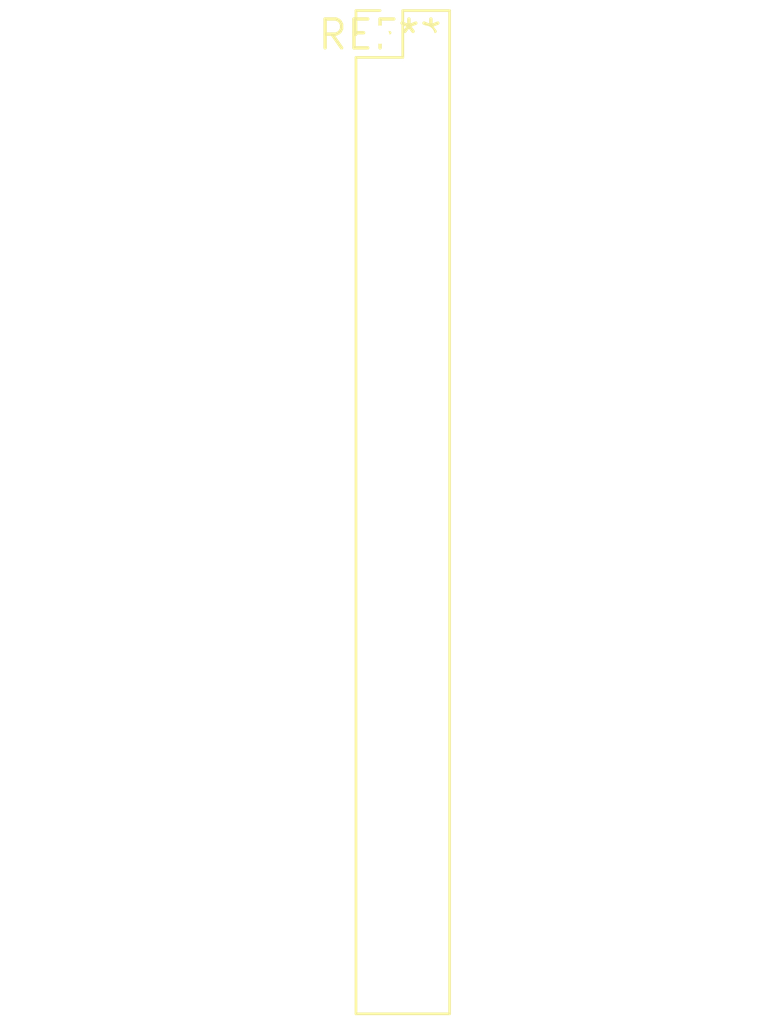
<source format=kicad_pcb>
(kicad_pcb (version 20240108) (generator pcbnew)
  (layers (0 "F.Cu" signal) (31 "B.Cu" signal) (34 "B.Paste" user) (35 "F.Paste" user) (36 "B.SilkS" user "B.Silkscreen") (37 "F.SilkS" user "F.Silkscreen") (38 "B.Mask" user) (39 "F.Mask" user) (44 "Edge.Cuts" user))
  (net 0 "")
  (footprint "PinHeader_2x22_P2.00mm_Vertical" (layer "F.Cu") (at 0 0)
    (property "Reference" "REF**")
    (property "Value" "PinHeader_2x22_P2.00mm_Vertical")
    (fp_line (start -1.06 -1.06) (end 0 -1.06) (layer "F.SilkS") (stroke (width 0.12)))
    (fp_line (start -1.06 0) (end -1.06 -1.06) (layer "F.SilkS") (stroke (width 0.12)))
    (fp_line (start -1.06 1) (end -1.06 43.06) (layer "F.SilkS") (stroke (width 0.12)))
    (fp_line (start -1.06 1) (end 1 1) (layer "F.SilkS") (stroke (width 0.12)))
    (fp_line (start -1.06 43.06) (end 3.06 43.06) (layer "F.SilkS") (stroke (width 0.12)))
    (fp_line (start 1 -1.06) (end 3.06 -1.06) (layer "F.SilkS") (stroke (width 0.12)))
    (fp_line (start 1 1) (end 1 -1.06) (layer "F.SilkS") (stroke (width 0.12)))
    (fp_line (start 3.06 -1.06) (end 3.06 43.06) (layer "F.SilkS") (stroke (width 0.12)))
    (pad "1" thru_hole rect (at 0 0) (size 1.35 1.35) (drill 0.8) (layers *.Cu *.Mask) (remove_unused_layers))
    (pad "2" thru_hole oval (at 2 0) (size 1.35 1.35) (drill 0.8) (layers *.Cu *.Mask) (remove_unused_layers))
    (pad "3" thru_hole oval (at 0 2) (size 1.35 1.35) (drill 0.8) (layers *.Cu *.Mask) (remove_unused_layers))
    (pad "4" thru_hole oval (at 2 2) (size 1.35 1.35) (drill 0.8) (layers *.Cu *.Mask) (remove_unused_layers))
    (pad "5" thru_hole oval (at 0 4) (size 1.35 1.35) (drill 0.8) (layers *.Cu *.Mask) (remove_unused_layers))
    (pad "6" thru_hole oval (at 2 4) (size 1.35 1.35) (drill 0.8) (layers *.Cu *.Mask) (remove_unused_layers))
    (pad "7" thru_hole oval (at 0 6) (size 1.35 1.35) (drill 0.8) (layers *.Cu *.Mask) (remove_unused_layers))
    (pad "8" thru_hole oval (at 2 6) (size 1.35 1.35) (drill 0.8) (layers *.Cu *.Mask) (remove_unused_layers))
    (pad "9" thru_hole oval (at 0 8) (size 1.35 1.35) (drill 0.8) (layers *.Cu *.Mask) (remove_unused_layers))
    (pad "10" thru_hole oval (at 2 8) (size 1.35 1.35) (drill 0.8) (layers *.Cu *.Mask) (remove_unused_layers))
    (pad "11" thru_hole oval (at 0 10) (size 1.35 1.35) (drill 0.8) (layers *.Cu *.Mask) (remove_unused_layers))
    (pad "12" thru_hole oval (at 2 10) (size 1.35 1.35) (drill 0.8) (layers *.Cu *.Mask) (remove_unused_layers))
    (pad "13" thru_hole oval (at 0 12) (size 1.35 1.35) (drill 0.8) (layers *.Cu *.Mask) (remove_unused_layers))
    (pad "14" thru_hole oval (at 2 12) (size 1.35 1.35) (drill 0.8) (layers *.Cu *.Mask) (remove_unused_layers))
    (pad "15" thru_hole oval (at 0 14) (size 1.35 1.35) (drill 0.8) (layers *.Cu *.Mask) (remove_unused_layers))
    (pad "16" thru_hole oval (at 2 14) (size 1.35 1.35) (drill 0.8) (layers *.Cu *.Mask) (remove_unused_layers))
    (pad "17" thru_hole oval (at 0 16) (size 1.35 1.35) (drill 0.8) (layers *.Cu *.Mask) (remove_unused_layers))
    (pad "18" thru_hole oval (at 2 16) (size 1.35 1.35) (drill 0.8) (layers *.Cu *.Mask) (remove_unused_layers))
    (pad "19" thru_hole oval (at 0 18) (size 1.35 1.35) (drill 0.8) (layers *.Cu *.Mask) (remove_unused_layers))
    (pad "20" thru_hole oval (at 2 18) (size 1.35 1.35) (drill 0.8) (layers *.Cu *.Mask) (remove_unused_layers))
    (pad "21" thru_hole oval (at 0 20) (size 1.35 1.35) (drill 0.8) (layers *.Cu *.Mask) (remove_unused_layers))
    (pad "22" thru_hole oval (at 2 20) (size 1.35 1.35) (drill 0.8) (layers *.Cu *.Mask) (remove_unused_layers))
    (pad "23" thru_hole oval (at 0 22) (size 1.35 1.35) (drill 0.8) (layers *.Cu *.Mask) (remove_unused_layers))
    (pad "24" thru_hole oval (at 2 22) (size 1.35 1.35) (drill 0.8) (layers *.Cu *.Mask) (remove_unused_layers))
    (pad "25" thru_hole oval (at 0 24) (size 1.35 1.35) (drill 0.8) (layers *.Cu *.Mask) (remove_unused_layers))
    (pad "26" thru_hole oval (at 2 24) (size 1.35 1.35) (drill 0.8) (layers *.Cu *.Mask) (remove_unused_layers))
    (pad "27" thru_hole oval (at 0 26) (size 1.35 1.35) (drill 0.8) (layers *.Cu *.Mask) (remove_unused_layers))
    (pad "28" thru_hole oval (at 2 26) (size 1.35 1.35) (drill 0.8) (layers *.Cu *.Mask) (remove_unused_layers))
    (pad "29" thru_hole oval (at 0 28) (size 1.35 1.35) (drill 0.8) (layers *.Cu *.Mask) (remove_unused_layers))
    (pad "30" thru_hole oval (at 2 28) (size 1.35 1.35) (drill 0.8) (layers *.Cu *.Mask) (remove_unused_layers))
    (pad "31" thru_hole oval (at 0 30) (size 1.35 1.35) (drill 0.8) (layers *.Cu *.Mask) (remove_unused_layers))
    (pad "32" thru_hole oval (at 2 30) (size 1.35 1.35) (drill 0.8) (layers *.Cu *.Mask) (remove_unused_layers))
    (pad "33" thru_hole oval (at 0 32) (size 1.35 1.35) (drill 0.8) (layers *.Cu *.Mask) (remove_unused_layers))
    (pad "34" thru_hole oval (at 2 32) (size 1.35 1.35) (drill 0.8) (layers *.Cu *.Mask) (remove_unused_layers))
    (pad "35" thru_hole oval (at 0 34) (size 1.35 1.35) (drill 0.8) (layers *.Cu *.Mask) (remove_unused_layers))
    (pad "36" thru_hole oval (at 2 34) (size 1.35 1.35) (drill 0.8) (layers *.Cu *.Mask) (remove_unused_layers))
    (pad "37" thru_hole oval (at 0 36) (size 1.35 1.35) (drill 0.8) (layers *.Cu *.Mask) (remove_unused_layers))
    (pad "38" thru_hole oval (at 2 36) (size 1.35 1.35) (drill 0.8) (layers *.Cu *.Mask) (remove_unused_layers))
    (pad "39" thru_hole oval (at 0 38) (size 1.35 1.35) (drill 0.8) (layers *.Cu *.Mask) (remove_unused_layers))
    (pad "40" thru_hole oval (at 2 38) (size 1.35 1.35) (drill 0.8) (layers *.Cu *.Mask) (remove_unused_layers))
    (pad "41" thru_hole oval (at 0 40) (size 1.35 1.35) (drill 0.8) (layers *.Cu *.Mask) (remove_unused_layers))
    (pad "42" thru_hole oval (at 2 40) (size 1.35 1.35) (drill 0.8) (layers *.Cu *.Mask) (remove_unused_layers))
    (pad "43" thru_hole oval (at 0 42) (size 1.35 1.35) (drill 0.8) (layers *.Cu *.Mask) (remove_unused_layers))
    (pad "44" thru_hole oval (at 2 42) (size 1.35 1.35) (drill 0.8) (layers *.Cu *.Mask) (remove_unused_layers))
  )
)
</source>
